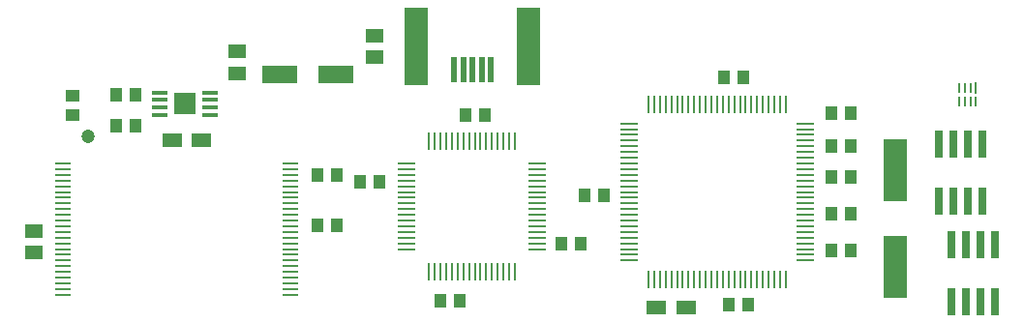
<source format=gbr>
G04 FreePCB version 1.355*
G04 Z:\home\jjones\skunkboard\pcb\CAM\top_paste_mask.grb*
G04 top paste mask layer *
G04 Scale: 100 percent, Rotated: No, Reflected: No *
%FSLAX24Y24*%
%MOIN*%
%LN top paste mask *%
G04 Rounded Rectangle Macro, params: W/2, H/2, R *
%AMRNDREC*
21,1,$1+$1,$2+$2-$3-$3,0,0,0*
21,1,$1+$1-$3-$3,$2+$2,0,0,0*
1,1,$3+$3,$1-$3,$2-$3*
1,1,$3+$3,$3-$1,$2-$3*
1,1,$3+$3,$1-$3,$3-$2*
1,1,$3+$3,$3-$1,$3-$2*%
G04 Rectangular Thermal Macro, params: W/2, H/2, T/2 *
%AMRECTHERM*
$4=$3/2*
21,1,$1-$3,$2-$3,0-$1/2-$4,0-$2/2-$4,0*
21,1,$1-$3,$2-$3,0-$1/2-$4,$2/2+$4,0*
21,1,$1-$3,$2-$3,$1/2+$4,0-$2/2-$4,0*
21,1,$1-$3,$2-$3,$1/2+$4,$2/2+$4,0*%
%ADD10R,0.029800X0.239800*%
%ADD11R,0.029800X0.301800*%
%ADD12R,0.043107X0.047044*%
%ADD13R,0.058855X0.011611*%
%ADD14R,0.011611X0.058855*%
%ADD15R,0.078540X0.216335*%
%ADD16R,0.056887X0.011611*%
%ADD17R,0.054918X0.017517*%
%ADD18R,0.072635X0.072635*%
%ADD19R,0.062792X0.050981*%
%ADD20R,0.019485X0.088383*%
%ADD21R,0.080509X0.267517*%
%ADD22R,0.123816X0.062792*%
%ADD23R,0.070666X0.049013*%
%ADD24R,0.047044X0.043107*%
%ADD25C,0.047044*%
%ADD26R,0.031296X0.094288*%
%ADD27R,0.011611X0.037202*%
%ADD28R,0.011611X0.039170*%
G90*
G70D02*

G04 Step and Repeat for panelization *

G04 -------------- Draw Parts, Pads, Traces, Vias and Text (positive)*
%LPD*%
G04 Draw part C1*
G54D12*
G01X24803Y12007D03*
G01X25472Y12007D03*
G04 Draw part C2*
G01X28503Y9645D03*
G01X29173Y9645D03*
G04 Draw part C3*
G01X28503Y8582D03*
G01X29173Y8582D03*
G04 Draw part C4*
G01X24960Y4173D03*
G01X25629Y4173D03*
G04 Draw part C5*
G01X20000Y7952D03*
G01X20669Y7952D03*
G04 Draw part C6*
G01X15905Y10708D03*
G01X16574Y10708D03*
G04 Draw part C7*
G01X19212Y6299D03*
G01X19881Y6299D03*
G04 Draw part C8*
G01X15039Y4330D03*
G01X15708Y4330D03*
G04 Draw part C9*
G01X12283Y8425D03*
G01X12952Y8425D03*
G04 Draw part C10*
G01X10787Y8661D03*
G01X11456Y8661D03*
G04 Draw part C11*
G01X10787Y6929D03*
G01X11456Y6929D03*
G04 Draw part U1*
G54D13*
G01X27598Y5708D03*
G01X27598Y5905D03*
G01X27598Y6102D03*
G01X27598Y6299D03*
G01X27598Y6496D03*
G01X27598Y6692D03*
G01X27598Y6889D03*
G01X27598Y7086D03*
G01X27598Y7283D03*
G01X27598Y7480D03*
G01X27598Y7677D03*
G01X27598Y7874D03*
G01X27598Y8070D03*
G01X27598Y8267D03*
G01X27598Y8464D03*
G01X27598Y8661D03*
G01X27598Y8858D03*
G01X27598Y9055D03*
G01X27598Y9251D03*
G01X27598Y9448D03*
G01X27598Y9645D03*
G01X27598Y9842D03*
G01X27598Y10039D03*
G01X27598Y10236D03*
G01X27598Y10433D03*
G54D14*
G01X26929Y11102D03*
G01X26732Y11102D03*
G01X26535Y11102D03*
G01X26338Y11102D03*
G01X26141Y11102D03*
G01X25944Y11102D03*
G01X25748Y11102D03*
G01X25551Y11102D03*
G01X25354Y11102D03*
G01X25157Y11102D03*
G01X24960Y11102D03*
G01X24763Y11102D03*
G01X24566Y11102D03*
G01X24370Y11102D03*
G01X24173Y11102D03*
G01X23976Y11102D03*
G01X23779Y11102D03*
G01X23582Y11102D03*
G01X23385Y11102D03*
G01X23188Y11102D03*
G01X22992Y11102D03*
G01X22795Y11102D03*
G01X22598Y11102D03*
G01X22401Y11102D03*
G01X22204Y11102D03*
G54D13*
G01X21535Y10433D03*
G01X21535Y10236D03*
G01X21535Y10039D03*
G01X21535Y9842D03*
G01X21535Y9645D03*
G01X21535Y9448D03*
G01X21535Y9251D03*
G01X21535Y9055D03*
G01X21535Y8858D03*
G01X21535Y8661D03*
G01X21535Y8464D03*
G01X21535Y8267D03*
G01X21535Y8070D03*
G01X21535Y7874D03*
G01X21535Y7677D03*
G01X21535Y7480D03*
G01X21535Y7283D03*
G01X21535Y7086D03*
G01X21535Y6889D03*
G01X21535Y6692D03*
G01X21535Y6496D03*
G01X21535Y6299D03*
G01X21535Y6102D03*
G01X21535Y5905D03*
G01X21535Y5708D03*
G54D14*
G01X22204Y5039D03*
G01X22401Y5039D03*
G01X22598Y5039D03*
G01X22795Y5039D03*
G01X22992Y5039D03*
G01X23188Y5039D03*
G01X23385Y5039D03*
G01X23582Y5039D03*
G01X23779Y5039D03*
G01X23976Y5039D03*
G01X24173Y5039D03*
G01X24370Y5039D03*
G01X24566Y5039D03*
G01X24763Y5039D03*
G01X24960Y5039D03*
G01X25157Y5039D03*
G01X25354Y5039D03*
G01X25551Y5039D03*
G01X25748Y5039D03*
G01X25944Y5039D03*
G01X26141Y5039D03*
G01X26338Y5039D03*
G01X26535Y5039D03*
G01X26732Y5039D03*
G01X26929Y5039D03*
G04 Draw part X1*
G54D15*
G01X30708Y8818D03*
G01X30708Y5472D03*
G04 Draw part C18*
G54D12*
G01X28503Y7322D03*
G01X29173Y7322D03*
G04 Draw part C19*
G01X28503Y6062D03*
G01X29173Y6062D03*
G04 Draw part R1*
G01X28503Y10787D03*
G01X29173Y10787D03*
G04 Draw part C12*
G01X3858Y10354D03*
G01X4527Y10354D03*
G04 Draw part C13*
G01X3858Y11417D03*
G01X4527Y11417D03*
G04 Draw part U2*
G54D13*
G01X18366Y6102D03*
G01X18366Y6299D03*
G01X18366Y6496D03*
G01X18366Y6692D03*
G01X18366Y6889D03*
G01X18366Y7086D03*
G01X18366Y7283D03*
G01X18366Y7480D03*
G01X18366Y7677D03*
G01X18366Y7874D03*
G01X18366Y8070D03*
G01X18366Y8267D03*
G01X18366Y8464D03*
G01X18366Y8661D03*
G01X18366Y8858D03*
G01X18366Y9055D03*
G54D14*
G01X17598Y9822D03*
G01X17401Y9822D03*
G01X17204Y9822D03*
G01X17007Y9822D03*
G01X16811Y9822D03*
G01X16614Y9822D03*
G01X16417Y9822D03*
G01X16220Y9822D03*
G01X16023Y9822D03*
G01X15826Y9822D03*
G01X15629Y9822D03*
G01X15433Y9822D03*
G01X15236Y9822D03*
G01X15039Y9822D03*
G01X14842Y9822D03*
G01X14645Y9822D03*
G54D13*
G01X13877Y9055D03*
G01X13877Y8858D03*
G01X13877Y8661D03*
G01X13877Y8464D03*
G01X13877Y8267D03*
G01X13877Y8070D03*
G01X13877Y7874D03*
G01X13877Y7677D03*
G01X13877Y7480D03*
G01X13877Y7283D03*
G01X13877Y7086D03*
G01X13877Y6889D03*
G01X13877Y6692D03*
G01X13877Y6496D03*
G01X13877Y6299D03*
G01X13877Y6102D03*
G54D14*
G01X14645Y5334D03*
G01X14842Y5334D03*
G01X15039Y5334D03*
G01X15236Y5334D03*
G01X15433Y5334D03*
G01X15629Y5334D03*
G01X15826Y5334D03*
G01X16023Y5334D03*
G01X16220Y5334D03*
G01X16417Y5334D03*
G01X16614Y5334D03*
G01X16811Y5334D03*
G01X17007Y5334D03*
G01X17204Y5334D03*
G01X17401Y5334D03*
G01X17598Y5334D03*
G04 Draw part U3*
G54D16*
G01X2047Y9055D03*
G01X2047Y8858D03*
G01X2047Y8661D03*
G01X2047Y8464D03*
G01X2047Y8267D03*
G01X2047Y8070D03*
G01X2047Y7874D03*
G01X2047Y7677D03*
G01X2047Y7480D03*
G01X2047Y7283D03*
G01X2047Y7086D03*
G01X2047Y6889D03*
G01X2047Y6692D03*
G01X2047Y6496D03*
G01X2047Y6299D03*
G01X2047Y6102D03*
G01X2047Y5905D03*
G01X2047Y5708D03*
G01X2047Y5511D03*
G01X2047Y5314D03*
G01X2047Y5118D03*
G01X2047Y4921D03*
G01X2047Y4724D03*
G01X2047Y4527D03*
G01X9881Y4527D03*
G01X9881Y4724D03*
G01X9881Y4921D03*
G01X9881Y5118D03*
G01X9881Y5314D03*
G01X9881Y5511D03*
G01X9881Y5708D03*
G01X9881Y5905D03*
G01X9881Y6102D03*
G01X9881Y6299D03*
G01X9881Y6496D03*
G01X9881Y6692D03*
G01X9881Y6889D03*
G01X9881Y7086D03*
G01X9881Y7283D03*
G01X9881Y7480D03*
G01X9881Y7677D03*
G01X9881Y7874D03*
G01X9881Y8070D03*
G01X9881Y8267D03*
G01X9881Y8464D03*
G01X9881Y8661D03*
G01X9881Y8858D03*
G01X9881Y9055D03*
G04 Draw part U4*
G54D17*
G01X5354Y11496D03*
G01X5354Y11240D03*
G01X5354Y10984D03*
G01X5354Y10728D03*
G01X7086Y10728D03*
G01X7086Y10984D03*
G01X7086Y11240D03*
G01X7086Y11496D03*
G54D18*
G01X6220Y11112D03*
G04 Draw part L1*
G54D19*
G01X8031Y12913D03*
G01X8031Y12165D03*
G04 Draw part J1*
G04 Draw part J2*
G04 Draw part J3*
G54D20*
G01X16771Y12303D03*
G01X16456Y12303D03*
G01X16141Y12303D03*
G01X15826Y12303D03*
G01X15511Y12303D03*
G54D21*
G01X18080Y13090D03*
G01X14202Y13090D03*
G04 Draw part J4*
G04 Draw part C17*
G54D22*
G01X9507Y12125D03*
G01X11437Y12125D03*
G04 Draw part M1*
G04 Draw part M2*
G04 Draw part C16*
G54D23*
G01X22480Y4094D03*
G01X23503Y4094D03*
G04 Draw part C15*
G01X5787Y9842D03*
G01X6811Y9842D03*
G04 Draw part C20*
G54D19*
G01X12755Y13464D03*
G01X12755Y12716D03*
G04 Draw part R2*
G54D24*
G01X2362Y10708D03*
G01X2362Y11377D03*
G04 Draw part C14*
G54D19*
G01X1023Y5984D03*
G01X1023Y6732D03*
G04 Draw part TP1*
G54D25*
G01X2913Y10000D03*
G04 Draw part U5*
G54D26*
G01X32637Y4291D03*
G01X33137Y4291D03*
G01X33637Y4291D03*
G01X34137Y4291D03*
G01X34137Y6259D03*
G01X33637Y6259D03*
G01X33137Y6259D03*
G01X32637Y6259D03*
G04 Draw part U6*
G01X32204Y7755D03*
G01X32704Y7755D03*
G01X33204Y7755D03*
G01X33704Y7755D03*
G01X33704Y9724D03*
G01X33204Y9724D03*
G01X32704Y9724D03*
G01X32204Y9724D03*
G04 Draw part U7*
G54D27*
G01X33484Y11171D03*
G01X33287Y11171D03*
G01X33090Y11171D03*
G01X32893Y11171D03*
G54D28*
G01X33484Y11653D03*
G54D27*
G01X33287Y11663D03*
G01X33090Y11663D03*
G01X32893Y11663D03*

G04 Draw traces*

G04 Draw Text*
M00*
M02*

</source>
